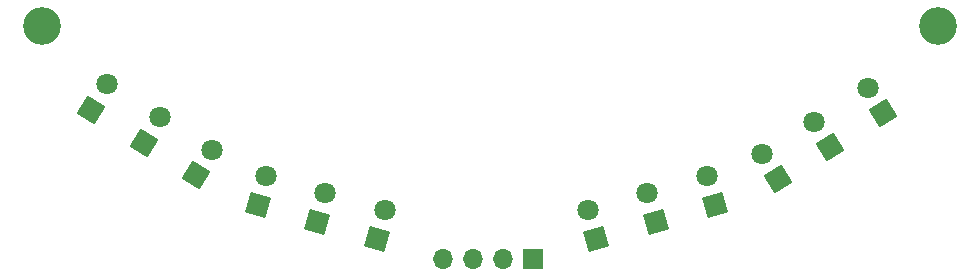
<source format=gbr>
%TF.GenerationSoftware,KiCad,Pcbnew,7.0.9*%
%TF.CreationDate,2025-05-06T13:04:56+09:00*%
%TF.ProjectId,Line_front,4c696e65-5f66-4726-9f6e-742e6b696361,rev?*%
%TF.SameCoordinates,Original*%
%TF.FileFunction,Soldermask,Bot*%
%TF.FilePolarity,Negative*%
%FSLAX46Y46*%
G04 Gerber Fmt 4.6, Leading zero omitted, Abs format (unit mm)*
G04 Created by KiCad (PCBNEW 7.0.9) date 2025-05-06 13:04:56*
%MOMM*%
%LPD*%
G01*
G04 APERTURE LIST*
G04 Aperture macros list*
%AMRotRect*
0 Rectangle, with rotation*
0 The origin of the aperture is its center*
0 $1 length*
0 $2 width*
0 $3 Rotation angle, in degrees counterclockwise*
0 Add horizontal line*
21,1,$1,$2,0,0,$3*%
G04 Aperture macros list end*
%ADD10R,1.700000X1.700000*%
%ADD11O,1.700000X1.700000*%
%ADD12RotRect,1.800000X1.800000X122.000000*%
%ADD13C,1.800000*%
%ADD14RotRect,1.800000X1.800000X58.000000*%
%ADD15RotRect,1.800000X1.800000X106.000000*%
%ADD16C,3.200000*%
%ADD17RotRect,1.800000X1.800000X74.000000*%
G04 APERTURE END LIST*
D10*
%TO.C,J3*%
X150560000Y-56410000D03*
D11*
X148020000Y-56410000D03*
X145480000Y-56410000D03*
X142940000Y-56410000D03*
%TD*%
D12*
%TO.C,D3*%
X175677664Y-46900000D03*
D13*
X174331669Y-44745958D03*
%TD*%
D12*
%TO.C,Q1*%
X180208329Y-44053212D03*
D13*
X178862334Y-41899170D03*
%TD*%
D14*
%TO.C,Q4*%
X117572017Y-46531261D03*
D13*
X118918012Y-44377219D03*
%TD*%
D15*
%TO.C,D2*%
X155854027Y-54703730D03*
D13*
X155153908Y-52262125D03*
%TD*%
D16*
%TO.C,REF\u002A\u002A*%
X184837664Y-36660000D03*
%TD*%
D15*
%TO.C,Q17*%
X160927664Y-53250000D03*
D13*
X160227545Y-50808395D03*
%TD*%
D14*
%TO.C,D4*%
X122040651Y-49299451D03*
D13*
X123386646Y-47145409D03*
%TD*%
D17*
%TO.C,D1*%
X132237664Y-53250000D03*
D13*
X132937783Y-50808395D03*
%TD*%
D16*
%TO.C,REF\u002A\u002A*%
X108987664Y-36610000D03*
%TD*%
D17*
%TO.C,Q16*%
X127235890Y-51805237D03*
D13*
X127936009Y-49363632D03*
%TD*%
D15*
%TO.C,D2*%
X165956888Y-51806782D03*
D13*
X165256769Y-49365177D03*
%TD*%
D14*
%TO.C,D7*%
X113127664Y-43730000D03*
D13*
X114473659Y-41575958D03*
%TD*%
D12*
%TO.C,Q3*%
X171295343Y-49622663D03*
D13*
X169949348Y-47468621D03*
%TD*%
D17*
%TO.C,Q15*%
X137338751Y-54702185D03*
D13*
X138038870Y-52260580D03*
%TD*%
M02*

</source>
